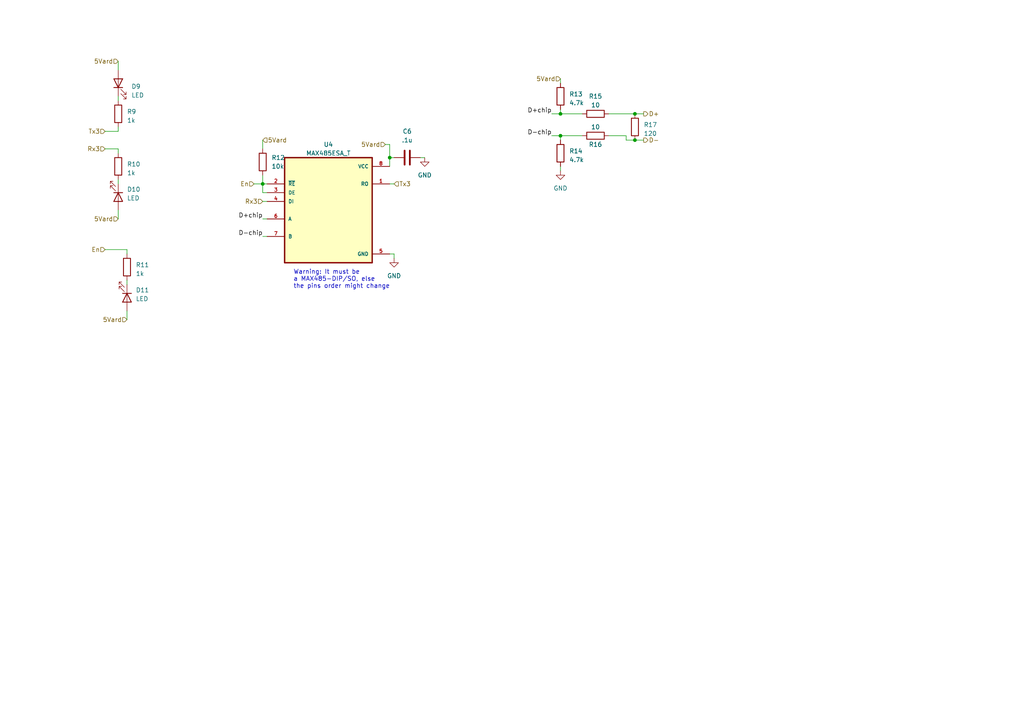
<source format=kicad_sch>
(kicad_sch (version 20230121) (generator eeschema)

  (uuid 2c7894be-c2ed-4029-994d-3a8b8877ffee)

  (paper "A4")

  (lib_symbols
    (symbol "Device:C" (pin_numbers hide) (pin_names (offset 0.254)) (in_bom yes) (on_board yes)
      (property "Reference" "C" (at 0.635 2.54 0)
        (effects (font (size 1.27 1.27)) (justify left))
      )
      (property "Value" "C" (at 0.635 -2.54 0)
        (effects (font (size 1.27 1.27)) (justify left))
      )
      (property "Footprint" "" (at 0.9652 -3.81 0)
        (effects (font (size 1.27 1.27)) hide)
      )
      (property "Datasheet" "~" (at 0 0 0)
        (effects (font (size 1.27 1.27)) hide)
      )
      (property "ki_keywords" "cap capacitor" (at 0 0 0)
        (effects (font (size 1.27 1.27)) hide)
      )
      (property "ki_description" "Unpolarized capacitor" (at 0 0 0)
        (effects (font (size 1.27 1.27)) hide)
      )
      (property "ki_fp_filters" "C_*" (at 0 0 0)
        (effects (font (size 1.27 1.27)) hide)
      )
      (symbol "C_0_1"
        (polyline
          (pts
            (xy -2.032 -0.762)
            (xy 2.032 -0.762)
          )
          (stroke (width 0.508) (type default))
          (fill (type none))
        )
        (polyline
          (pts
            (xy -2.032 0.762)
            (xy 2.032 0.762)
          )
          (stroke (width 0.508) (type default))
          (fill (type none))
        )
      )
      (symbol "C_1_1"
        (pin passive line (at 0 3.81 270) (length 2.794)
          (name "~" (effects (font (size 1.27 1.27))))
          (number "1" (effects (font (size 1.27 1.27))))
        )
        (pin passive line (at 0 -3.81 90) (length 2.794)
          (name "~" (effects (font (size 1.27 1.27))))
          (number "2" (effects (font (size 1.27 1.27))))
        )
      )
    )
    (symbol "Device:LED" (pin_numbers hide) (pin_names (offset 1.016) hide) (in_bom yes) (on_board yes)
      (property "Reference" "D" (at 0 2.54 0)
        (effects (font (size 1.27 1.27)))
      )
      (property "Value" "LED" (at 0 -2.54 0)
        (effects (font (size 1.27 1.27)))
      )
      (property "Footprint" "" (at 0 0 0)
        (effects (font (size 1.27 1.27)) hide)
      )
      (property "Datasheet" "~" (at 0 0 0)
        (effects (font (size 1.27 1.27)) hide)
      )
      (property "ki_keywords" "LED diode" (at 0 0 0)
        (effects (font (size 1.27 1.27)) hide)
      )
      (property "ki_description" "Light emitting diode" (at 0 0 0)
        (effects (font (size 1.27 1.27)) hide)
      )
      (property "ki_fp_filters" "LED* LED_SMD:* LED_THT:*" (at 0 0 0)
        (effects (font (size 1.27 1.27)) hide)
      )
      (symbol "LED_0_1"
        (polyline
          (pts
            (xy -1.27 -1.27)
            (xy -1.27 1.27)
          )
          (stroke (width 0.254) (type default))
          (fill (type none))
        )
        (polyline
          (pts
            (xy -1.27 0)
            (xy 1.27 0)
          )
          (stroke (width 0) (type default))
          (fill (type none))
        )
        (polyline
          (pts
            (xy 1.27 -1.27)
            (xy 1.27 1.27)
            (xy -1.27 0)
            (xy 1.27 -1.27)
          )
          (stroke (width 0.254) (type default))
          (fill (type none))
        )
        (polyline
          (pts
            (xy -3.048 -0.762)
            (xy -4.572 -2.286)
            (xy -3.81 -2.286)
            (xy -4.572 -2.286)
            (xy -4.572 -1.524)
          )
          (stroke (width 0) (type default))
          (fill (type none))
        )
        (polyline
          (pts
            (xy -1.778 -0.762)
            (xy -3.302 -2.286)
            (xy -2.54 -2.286)
            (xy -3.302 -2.286)
            (xy -3.302 -1.524)
          )
          (stroke (width 0) (type default))
          (fill (type none))
        )
      )
      (symbol "LED_1_1"
        (pin passive line (at -3.81 0 0) (length 2.54)
          (name "K" (effects (font (size 1.27 1.27))))
          (number "1" (effects (font (size 1.27 1.27))))
        )
        (pin passive line (at 3.81 0 180) (length 2.54)
          (name "A" (effects (font (size 1.27 1.27))))
          (number "2" (effects (font (size 1.27 1.27))))
        )
      )
    )
    (symbol "Device:R" (pin_numbers hide) (pin_names (offset 0)) (in_bom yes) (on_board yes)
      (property "Reference" "R" (at 2.032 0 90)
        (effects (font (size 1.27 1.27)))
      )
      (property "Value" "R" (at 0 0 90)
        (effects (font (size 1.27 1.27)))
      )
      (property "Footprint" "" (at -1.778 0 90)
        (effects (font (size 1.27 1.27)) hide)
      )
      (property "Datasheet" "~" (at 0 0 0)
        (effects (font (size 1.27 1.27)) hide)
      )
      (property "ki_keywords" "R res resistor" (at 0 0 0)
        (effects (font (size 1.27 1.27)) hide)
      )
      (property "ki_description" "Resistor" (at 0 0 0)
        (effects (font (size 1.27 1.27)) hide)
      )
      (property "ki_fp_filters" "R_*" (at 0 0 0)
        (effects (font (size 1.27 1.27)) hide)
      )
      (symbol "R_0_1"
        (rectangle (start -1.016 -2.54) (end 1.016 2.54)
          (stroke (width 0.254) (type default))
          (fill (type none))
        )
      )
      (symbol "R_1_1"
        (pin passive line (at 0 3.81 270) (length 1.27)
          (name "~" (effects (font (size 1.27 1.27))))
          (number "1" (effects (font (size 1.27 1.27))))
        )
        (pin passive line (at 0 -3.81 90) (length 1.27)
          (name "~" (effects (font (size 1.27 1.27))))
          (number "2" (effects (font (size 1.27 1.27))))
        )
      )
    )
    (symbol "MAX485ESA_T:MAX485ESA_T" (pin_names (offset 1.016)) (in_bom yes) (on_board yes)
      (property "Reference" "U" (at -12.7 16.24 0)
        (effects (font (size 1.27 1.27)) (justify left bottom))
      )
      (property "Value" "MAX485ESA_T" (at -12.7 -19.24 0)
        (effects (font (size 1.27 1.27)) (justify left bottom))
      )
      (property "Footprint" "MAX485ESA_T:SOIC127P600X175-8N" (at 0 0 0)
        (effects (font (size 1.27 1.27)) (justify bottom) hide)
      )
      (property "Datasheet" "" (at 0 0 0)
        (effects (font (size 1.27 1.27)) hide)
      )
      (property "MF" "Analog Devices" (at 0 0 0)
        (effects (font (size 1.27 1.27)) (justify bottom) hide)
      )
      (property "Description" "\nLow-Power, Slew-Rate-Limited RS-485/RS-422 Transceivers\n" (at 0 0 0)
        (effects (font (size 1.27 1.27)) (justify bottom) hide)
      )
      (property "Package" "SOIC-8 Maxim" (at 0 0 0)
        (effects (font (size 1.27 1.27)) (justify bottom) hide)
      )
      (property "Price" "None" (at 0 0 0)
        (effects (font (size 1.27 1.27)) (justify bottom) hide)
      )
      (property "SnapEDA_Link" "https://www.snapeda.com/parts/MAX485ESA+T/Analog+Devices/view-part/?ref=snap" (at 0 0 0)
        (effects (font (size 1.27 1.27)) (justify bottom) hide)
      )
      (property "MP" "MAX485ESA+T" (at 0 0 0)
        (effects (font (size 1.27 1.27)) (justify bottom) hide)
      )
      (property "Availability" "In Stock" (at 0 0 0)
        (effects (font (size 1.27 1.27)) (justify bottom) hide)
      )
      (property "Check_prices" "https://www.snapeda.com/parts/MAX485ESA+T/Analog+Devices/view-part/?ref=eda" (at 0 0 0)
        (effects (font (size 1.27 1.27)) (justify bottom) hide)
      )
      (symbol "MAX485ESA_T_0_0"
        (rectangle (start -12.7 -15.24) (end 12.7 15.24)
          (stroke (width 0.41) (type default))
          (fill (type background))
        )
        (pin output line (at 17.78 7.62 180) (length 5.08)
          (name "RO" (effects (font (size 1.016 1.016))))
          (number "1" (effects (font (size 1.016 1.016))))
        )
        (pin input line (at -17.78 7.62 0) (length 5.08)
          (name "~{RE}" (effects (font (size 1.016 1.016))))
          (number "2" (effects (font (size 1.016 1.016))))
        )
        (pin input line (at -17.78 5.08 0) (length 5.08)
          (name "DE" (effects (font (size 1.016 1.016))))
          (number "3" (effects (font (size 1.016 1.016))))
        )
        (pin input line (at -17.78 2.54 0) (length 5.08)
          (name "DI" (effects (font (size 1.016 1.016))))
          (number "4" (effects (font (size 1.016 1.016))))
        )
        (pin power_in line (at 17.78 -12.7 180) (length 5.08)
          (name "GND" (effects (font (size 1.016 1.016))))
          (number "5" (effects (font (size 1.016 1.016))))
        )
        (pin bidirectional line (at -17.78 -2.54 0) (length 5.08)
          (name "A" (effects (font (size 1.016 1.016))))
          (number "6" (effects (font (size 1.016 1.016))))
        )
        (pin bidirectional line (at -17.78 -7.62 0) (length 5.08)
          (name "B" (effects (font (size 1.016 1.016))))
          (number "7" (effects (font (size 1.016 1.016))))
        )
        (pin power_in line (at 17.78 12.7 180) (length 5.08)
          (name "VCC" (effects (font (size 1.016 1.016))))
          (number "8" (effects (font (size 1.016 1.016))))
        )
      )
    )
    (symbol "power:GND" (power) (pin_names (offset 0)) (in_bom yes) (on_board yes)
      (property "Reference" "#PWR" (at 0 -6.35 0)
        (effects (font (size 1.27 1.27)) hide)
      )
      (property "Value" "GND" (at 0 -3.81 0)
        (effects (font (size 1.27 1.27)))
      )
      (property "Footprint" "" (at 0 0 0)
        (effects (font (size 1.27 1.27)) hide)
      )
      (property "Datasheet" "" (at 0 0 0)
        (effects (font (size 1.27 1.27)) hide)
      )
      (property "ki_keywords" "global power" (at 0 0 0)
        (effects (font (size 1.27 1.27)) hide)
      )
      (property "ki_description" "Power symbol creates a global label with name \"GND\" , ground" (at 0 0 0)
        (effects (font (size 1.27 1.27)) hide)
      )
      (symbol "GND_0_1"
        (polyline
          (pts
            (xy 0 0)
            (xy 0 -1.27)
            (xy 1.27 -1.27)
            (xy 0 -2.54)
            (xy -1.27 -1.27)
            (xy 0 -1.27)
          )
          (stroke (width 0) (type default))
          (fill (type none))
        )
      )
      (symbol "GND_1_1"
        (pin power_in line (at 0 0 270) (length 0) hide
          (name "GND" (effects (font (size 1.27 1.27))))
          (number "1" (effects (font (size 1.27 1.27))))
        )
      )
    )
  )

  (junction (at 162.56 39.37) (diameter 0) (color 0 0 0 0)
    (uuid 0baca0f9-75b0-4295-a3ca-6127c7536cdd)
  )
  (junction (at 76.2 53.34) (diameter 0) (color 0 0 0 0)
    (uuid 4f48a371-27cb-47a8-88c2-750cdac9fe74)
  )
  (junction (at 184.15 40.64) (diameter 0) (color 0 0 0 0)
    (uuid 8a7495b3-64c0-4936-baea-461ca783ca6e)
  )
  (junction (at 162.56 33.02) (diameter 0) (color 0 0 0 0)
    (uuid b22c441c-8750-4ce6-a629-972621e4ca79)
  )
  (junction (at 184.15 33.02) (diameter 0) (color 0 0 0 0)
    (uuid c5e4586e-4f13-49aa-bed8-624792d0c648)
  )
  (junction (at 113.03 45.72) (diameter 0) (color 0 0 0 0)
    (uuid d4b84e90-b67c-4176-a016-4067fdb56f2d)
  )

  (wire (pts (xy 160.02 33.02) (xy 162.56 33.02))
    (stroke (width 0) (type default))
    (uuid 0d103a47-9037-4d42-a134-c7720267be98)
  )
  (wire (pts (xy 76.2 58.42) (xy 77.47 58.42))
    (stroke (width 0) (type default))
    (uuid 0d90867c-cb0b-4587-b588-ba96b9bc5149)
  )
  (wire (pts (xy 76.2 40.64) (xy 76.2 43.18))
    (stroke (width 0) (type default))
    (uuid 1640d3be-b9c5-4976-8410-046a183d1a4d)
  )
  (wire (pts (xy 113.03 41.91) (xy 113.03 45.72))
    (stroke (width 0) (type default))
    (uuid 1a3803f4-b721-40ff-a918-1950bf02e597)
  )
  (wire (pts (xy 181.61 39.37) (xy 181.61 40.64))
    (stroke (width 0) (type default))
    (uuid 29a67b7b-d31a-4dbb-8a6a-839d4c03b341)
  )
  (wire (pts (xy 162.56 39.37) (xy 168.91 39.37))
    (stroke (width 0) (type default))
    (uuid 2a888b58-5e20-4dc6-9c95-21844e1fde2b)
  )
  (wire (pts (xy 30.48 43.18) (xy 34.29 43.18))
    (stroke (width 0) (type default))
    (uuid 3842cdd2-e0d9-42af-91d8-6059bc411fb6)
  )
  (wire (pts (xy 113.03 73.66) (xy 114.3 73.66))
    (stroke (width 0) (type default))
    (uuid 3856ad26-d493-4c09-bb63-37cd82ddd524)
  )
  (wire (pts (xy 73.66 53.34) (xy 76.2 53.34))
    (stroke (width 0) (type default))
    (uuid 4b56d981-666e-4ce0-a95b-8e0d24350412)
  )
  (wire (pts (xy 162.56 39.37) (xy 162.56 40.64))
    (stroke (width 0) (type default))
    (uuid 53dbb6e4-e262-4f39-8464-7eee90da4aa5)
  )
  (wire (pts (xy 114.3 73.66) (xy 114.3 74.93))
    (stroke (width 0) (type default))
    (uuid 5f248859-54e2-4999-a2d0-8d1f9c82d5c9)
  )
  (wire (pts (xy 76.2 55.88) (xy 77.47 55.88))
    (stroke (width 0) (type default))
    (uuid 64edbb2f-ca79-4f98-93d7-890fd4258fcf)
  )
  (wire (pts (xy 76.2 63.5) (xy 77.47 63.5))
    (stroke (width 0) (type default))
    (uuid 67b560b2-25b8-4fb3-a896-09c481880a34)
  )
  (wire (pts (xy 30.48 38.1) (xy 34.29 38.1))
    (stroke (width 0) (type default))
    (uuid 69cf5270-0166-4721-882d-2ff1ed6bfb73)
  )
  (wire (pts (xy 113.03 41.91) (xy 111.76 41.91))
    (stroke (width 0) (type default))
    (uuid 6a84f3ff-d684-4085-af9f-60dd817a76f7)
  )
  (wire (pts (xy 76.2 68.58) (xy 77.47 68.58))
    (stroke (width 0) (type default))
    (uuid 6cb1b4a8-41be-4056-a423-8be4c8abc41f)
  )
  (wire (pts (xy 162.56 33.02) (xy 168.91 33.02))
    (stroke (width 0) (type default))
    (uuid 74b148ba-ad25-4438-96d5-61b9fcde0258)
  )
  (wire (pts (xy 77.47 53.34) (xy 76.2 53.34))
    (stroke (width 0) (type default))
    (uuid 75a327df-c1a5-425d-8721-3d3b7fe87dc7)
  )
  (wire (pts (xy 162.56 31.75) (xy 162.56 33.02))
    (stroke (width 0) (type default))
    (uuid 7ac7ecd7-ee60-4eb9-846c-378bf27d2675)
  )
  (wire (pts (xy 160.02 39.37) (xy 162.56 39.37))
    (stroke (width 0) (type default))
    (uuid 7c3b780e-80d4-4dd3-ac72-f68d8b0d7be2)
  )
  (wire (pts (xy 176.53 33.02) (xy 184.15 33.02))
    (stroke (width 0) (type default))
    (uuid 7d1aab90-3179-4185-b6da-da7b77e3cba4)
  )
  (wire (pts (xy 113.03 45.72) (xy 113.03 48.26))
    (stroke (width 0) (type default))
    (uuid 8359410d-0816-43a6-82de-6bf8ae28d409)
  )
  (wire (pts (xy 76.2 53.34) (xy 76.2 55.88))
    (stroke (width 0) (type default))
    (uuid 9177daa2-e598-4295-9977-7ce24d089d94)
  )
  (wire (pts (xy 181.61 40.64) (xy 184.15 40.64))
    (stroke (width 0) (type default))
    (uuid 9b61e389-17d2-4960-8f0c-1356daf76025)
  )
  (wire (pts (xy 184.15 40.64) (xy 186.69 40.64))
    (stroke (width 0) (type default))
    (uuid 9eaa016b-a142-4b49-9547-623d1429aa78)
  )
  (wire (pts (xy 36.83 90.17) (xy 36.83 92.71))
    (stroke (width 0) (type default))
    (uuid a2dd34d4-fc40-4172-820a-8517a7fdfcf6)
  )
  (wire (pts (xy 36.83 82.55) (xy 36.83 81.28))
    (stroke (width 0) (type default))
    (uuid a4044a5a-1ecd-49bc-a6ef-67397e5bc398)
  )
  (wire (pts (xy 34.29 60.96) (xy 34.29 63.5))
    (stroke (width 0) (type default))
    (uuid aeb1641d-484b-48da-b89e-54cce98fa5ef)
  )
  (wire (pts (xy 121.92 45.72) (xy 123.19 45.72))
    (stroke (width 0) (type default))
    (uuid b0e23cc5-9d68-4daa-af19-5bc2f004bdcc)
  )
  (wire (pts (xy 113.03 53.34) (xy 114.3 53.34))
    (stroke (width 0) (type default))
    (uuid baca3002-11cd-4d9c-bd85-79ef9912a824)
  )
  (wire (pts (xy 76.2 50.8) (xy 76.2 53.34))
    (stroke (width 0) (type default))
    (uuid bf852c51-9340-44a0-a7b7-e89fb53c170b)
  )
  (wire (pts (xy 113.03 45.72) (xy 114.3 45.72))
    (stroke (width 0) (type default))
    (uuid c6783586-bd08-4832-8363-5f3b924f6911)
  )
  (wire (pts (xy 162.56 48.26) (xy 162.56 49.53))
    (stroke (width 0) (type default))
    (uuid c91cc5c8-bb6c-4bbc-9165-7134f4a89b72)
  )
  (wire (pts (xy 184.15 33.02) (xy 186.69 33.02))
    (stroke (width 0) (type default))
    (uuid cc80c241-de3e-49cf-8e2f-79cd978fc671)
  )
  (wire (pts (xy 36.83 72.39) (xy 36.83 73.66))
    (stroke (width 0) (type default))
    (uuid cdb46677-8f01-432b-89e7-5ce61f9a7cec)
  )
  (wire (pts (xy 176.53 39.37) (xy 181.61 39.37))
    (stroke (width 0) (type default))
    (uuid d202c3e8-b4fb-440b-a8e1-06bbc1753a5a)
  )
  (wire (pts (xy 34.29 27.94) (xy 34.29 29.21))
    (stroke (width 0) (type default))
    (uuid d97c9280-ccf3-4789-bf72-b32d45a13802)
  )
  (wire (pts (xy 34.29 53.34) (xy 34.29 52.07))
    (stroke (width 0) (type default))
    (uuid dc331dcf-5d35-4078-82d3-b189c6695176)
  )
  (wire (pts (xy 34.29 43.18) (xy 34.29 44.45))
    (stroke (width 0) (type default))
    (uuid eaa02bcd-6c65-4f74-aee3-34bee8404b7d)
  )
  (wire (pts (xy 30.48 72.39) (xy 36.83 72.39))
    (stroke (width 0) (type default))
    (uuid edcbb66f-dfb1-45a9-9055-86fc5e9dcaea)
  )
  (wire (pts (xy 162.56 22.86) (xy 162.56 24.13))
    (stroke (width 0) (type default))
    (uuid f59a569a-df6e-44be-a801-8009fc017396)
  )
  (wire (pts (xy 34.29 36.83) (xy 34.29 38.1))
    (stroke (width 0) (type default))
    (uuid f847e3e2-8cd2-4266-b2e7-987e269be3c6)
  )
  (wire (pts (xy 34.29 17.78) (xy 34.29 20.32))
    (stroke (width 0) (type default))
    (uuid f9c6d462-892f-40ca-9be3-ac8a4c1d85b8)
  )

  (text "Warning: It must be\na MAX485-DIP/SO, else \nthe pins order might change"
    (at 85.09 83.82 0)
    (effects (font (size 1.27 1.27)) (justify left bottom))
    (uuid 84a962e8-1b47-443b-845c-024af0d38afa)
  )

  (label "D-chip" (at 76.2 68.58 180) (fields_autoplaced)
    (effects (font (size 1.27 1.27)) (justify right bottom))
    (uuid 401bf07e-e9be-49e4-a9aa-654f6c43ef64)
  )
  (label "D+chip" (at 160.02 33.02 180) (fields_autoplaced)
    (effects (font (size 1.27 1.27)) (justify right bottom))
    (uuid 6c5c7407-7c76-4280-bdb4-f923629dfcb9)
  )
  (label "D-chip" (at 160.02 39.37 180) (fields_autoplaced)
    (effects (font (size 1.27 1.27)) (justify right bottom))
    (uuid 945a4a83-e1eb-4a04-8e7f-d949511147c4)
  )
  (label "D+chip" (at 76.2 63.5 180) (fields_autoplaced)
    (effects (font (size 1.27 1.27)) (justify right bottom))
    (uuid b5ad319e-1ea2-421b-86cd-3d46cdcf4197)
  )

  (hierarchical_label "5Vard" (shape input) (at 111.76 41.91 180) (fields_autoplaced)
    (effects (font (size 1.27 1.27)) (justify right))
    (uuid 1a876954-2cdd-42f7-89e7-60f6a7ada831)
  )
  (hierarchical_label "D+" (shape output) (at 186.69 33.02 0) (fields_autoplaced)
    (effects (font (size 1.27 1.27)) (justify left))
    (uuid 26fb646e-d95b-4150-a308-710555121951)
  )
  (hierarchical_label "En" (shape input) (at 30.48 72.39 180) (fields_autoplaced)
    (effects (font (size 1.27 1.27)) (justify right))
    (uuid 314b0889-23e5-47cc-b57c-994a2592e415)
  )
  (hierarchical_label "Rx3" (shape input) (at 30.48 43.18 180) (fields_autoplaced)
    (effects (font (size 1.27 1.27)) (justify right))
    (uuid 373d9b13-d87c-414d-bfed-167db75a5ecb)
  )
  (hierarchical_label "5Vard" (shape input) (at 76.2 40.64 0) (fields_autoplaced)
    (effects (font (size 1.27 1.27)) (justify left))
    (uuid 3a364c09-2032-4edb-8985-e740bae6bd0a)
  )
  (hierarchical_label "Tx3" (shape input) (at 30.48 38.1 180) (fields_autoplaced)
    (effects (font (size 1.27 1.27)) (justify right))
    (uuid 59fb60da-74c6-49ac-87d3-177227b31b53)
  )
  (hierarchical_label "5Vard" (shape input) (at 36.83 92.71 180) (fields_autoplaced)
    (effects (font (size 1.27 1.27)) (justify right))
    (uuid 73a04aa5-3bc9-47f0-916e-556b7bb51cd4)
  )
  (hierarchical_label "Rx3" (shape input) (at 76.2 58.42 180) (fields_autoplaced)
    (effects (font (size 1.27 1.27)) (justify right))
    (uuid 7b78f496-ae5b-4e94-a608-8f700acef450)
  )
  (hierarchical_label "En" (shape input) (at 73.66 53.34 180) (fields_autoplaced)
    (effects (font (size 1.27 1.27)) (justify right))
    (uuid af6795ed-a34b-48e5-aa6e-f4e738660ad8)
  )
  (hierarchical_label "D-" (shape output) (at 186.69 40.64 0) (fields_autoplaced)
    (effects (font (size 1.27 1.27)) (justify left))
    (uuid b48b930a-79e2-484d-987e-1b55d581329a)
  )
  (hierarchical_label "5Vard" (shape input) (at 34.29 17.78 180) (fields_autoplaced)
    (effects (font (size 1.27 1.27)) (justify right))
    (uuid bdcbab44-7161-49a9-865e-79508da07861)
  )
  (hierarchical_label "5Vard" (shape input) (at 34.29 63.5 180) (fields_autoplaced)
    (effects (font (size 1.27 1.27)) (justify right))
    (uuid d462ebe7-f954-440e-a09b-3ea5caa85839)
  )
  (hierarchical_label "Tx3" (shape input) (at 114.3 53.34 0) (fields_autoplaced)
    (effects (font (size 1.27 1.27)) (justify left))
    (uuid e9a07d7e-c208-405b-896d-d3dc80295c09)
  )
  (hierarchical_label "5Vard" (shape input) (at 162.56 22.86 180) (fields_autoplaced)
    (effects (font (size 1.27 1.27)) (justify right))
    (uuid ec2d9a7a-6154-46eb-85d1-338737171cb3)
  )

  (symbol (lib_id "Device:LED") (at 36.83 86.36 270) (unit 1)
    (in_bom yes) (on_board yes) (dnp no) (fields_autoplaced)
    (uuid 04c8036e-b139-4afc-8b0b-25c79bfac95c)
    (property "Reference" "D11" (at 39.37 84.1375 90)
      (effects (font (size 1.27 1.27)) (justify left))
    )
    (property "Value" "LED" (at 39.37 86.6775 90)
      (effects (font (size 1.27 1.27)) (justify left))
    )
    (property "Footprint" "LED_SMD:LED_0603_1608Metric" (at 36.83 86.36 0)
      (effects (font (size 1.27 1.27)) hide)
    )
    (property "Datasheet" "~" (at 36.83 86.36 0)
      (effects (font (size 1.27 1.27)) hide)
    )
    (pin "1" (uuid cc89807b-0d4c-4d36-aef1-509cb68d1289))
    (pin "2" (uuid 642bc4bf-fa08-484c-86e9-9f9005d32b2e))
    (instances
      (project "AbuDhabi_ElectronBeam"
        (path "/e63e39d7-6ac0-4ffd-8aa3-1841a4541b55/a3deea06-ea10-4835-a824-2550d358e4df"
          (reference "D11") (unit 1)
        )
      )
    )
  )

  (symbol (lib_id "power:GND") (at 123.19 45.72 0) (unit 1)
    (in_bom yes) (on_board yes) (dnp no) (fields_autoplaced)
    (uuid 16b32186-0741-4a30-90ce-c3737986e02a)
    (property "Reference" "#PWR017" (at 123.19 52.07 0)
      (effects (font (size 1.27 1.27)) hide)
    )
    (property "Value" "GND" (at 123.19 50.8 0)
      (effects (font (size 1.27 1.27)))
    )
    (property "Footprint" "" (at 123.19 45.72 0)
      (effects (font (size 1.27 1.27)) hide)
    )
    (property "Datasheet" "" (at 123.19 45.72 0)
      (effects (font (size 1.27 1.27)) hide)
    )
    (pin "1" (uuid 0a49019c-f69a-4c1d-b6a9-21be7fdcc342))
    (instances
      (project "AbuDhabi_ElectronBeam"
        (path "/e63e39d7-6ac0-4ffd-8aa3-1841a4541b55/a3deea06-ea10-4835-a824-2550d358e4df"
          (reference "#PWR017") (unit 1)
        )
      )
    )
  )

  (symbol (lib_id "Device:LED") (at 34.29 24.13 90) (unit 1)
    (in_bom yes) (on_board yes) (dnp no) (fields_autoplaced)
    (uuid 266b988a-4947-4b6d-816e-070766a30bf4)
    (property "Reference" "D9" (at 38.1 25.0825 90)
      (effects (font (size 1.27 1.27)) (justify right))
    )
    (property "Value" "LED" (at 38.1 27.6225 90)
      (effects (font (size 1.27 1.27)) (justify right))
    )
    (property "Footprint" "LED_SMD:LED_0603_1608Metric" (at 34.29 24.13 0)
      (effects (font (size 1.27 1.27)) hide)
    )
    (property "Datasheet" "~" (at 34.29 24.13 0)
      (effects (font (size 1.27 1.27)) hide)
    )
    (pin "1" (uuid c6ad7827-ec1f-46c0-b413-55bff0363104))
    (pin "2" (uuid 3053a456-757d-4034-addf-af6a16a87859))
    (instances
      (project "AbuDhabi_ElectronBeam"
        (path "/e63e39d7-6ac0-4ffd-8aa3-1841a4541b55/a3deea06-ea10-4835-a824-2550d358e4df"
          (reference "D9") (unit 1)
        )
      )
    )
  )

  (symbol (lib_id "Device:R") (at 162.56 27.94 0) (unit 1)
    (in_bom yes) (on_board yes) (dnp no) (fields_autoplaced)
    (uuid 31188354-977f-42ed-98a7-107ab99f25ba)
    (property "Reference" "R13" (at 165.1 27.305 0)
      (effects (font (size 1.27 1.27)) (justify left))
    )
    (property "Value" "4.7k" (at 165.1 29.845 0)
      (effects (font (size 1.27 1.27)) (justify left))
    )
    (property "Footprint" "Resistor_SMD:R_0603_1608Metric" (at 160.782 27.94 90)
      (effects (font (size 1.27 1.27)) hide)
    )
    (property "Datasheet" "~" (at 162.56 27.94 0)
      (effects (font (size 1.27 1.27)) hide)
    )
    (pin "1" (uuid eab8c5b7-dae8-4cbe-8f7a-771434e26845))
    (pin "2" (uuid b5e9c180-ea29-44b8-bebe-b1a9635d4afe))
    (instances
      (project "AbuDhabi_ElectronBeam"
        (path "/e63e39d7-6ac0-4ffd-8aa3-1841a4541b55/a3deea06-ea10-4835-a824-2550d358e4df"
          (reference "R13") (unit 1)
        )
      )
    )
  )

  (symbol (lib_id "Device:R") (at 172.72 33.02 90) (unit 1)
    (in_bom yes) (on_board yes) (dnp no) (fields_autoplaced)
    (uuid 4b08ea2d-6685-4cb4-a07d-fbcf79e3af28)
    (property "Reference" "R15" (at 172.72 27.94 90)
      (effects (font (size 1.27 1.27)))
    )
    (property "Value" "10" (at 172.72 30.48 90)
      (effects (font (size 1.27 1.27)))
    )
    (property "Footprint" "Resistor_SMD:R_0603_1608Metric" (at 172.72 34.798 90)
      (effects (font (size 1.27 1.27)) hide)
    )
    (property "Datasheet" "~" (at 172.72 33.02 0)
      (effects (font (size 1.27 1.27)) hide)
    )
    (pin "1" (uuid 8119ed6c-a7e3-4b8b-8472-b1b40bc3175d))
    (pin "2" (uuid 281aea5c-26eb-49aa-a38f-d7920264f14d))
    (instances
      (project "AbuDhabi_ElectronBeam"
        (path "/e63e39d7-6ac0-4ffd-8aa3-1841a4541b55/a3deea06-ea10-4835-a824-2550d358e4df"
          (reference "R15") (unit 1)
        )
      )
    )
  )

  (symbol (lib_id "Device:R") (at 36.83 77.47 180) (unit 1)
    (in_bom yes) (on_board yes) (dnp no) (fields_autoplaced)
    (uuid 4b1478da-5dc5-46cc-b65c-8f8441b743d4)
    (property "Reference" "R11" (at 39.37 76.835 0)
      (effects (font (size 1.27 1.27)) (justify right))
    )
    (property "Value" "1k" (at 39.37 79.375 0)
      (effects (font (size 1.27 1.27)) (justify right))
    )
    (property "Footprint" "Resistor_SMD:R_0603_1608Metric" (at 38.608 77.47 90)
      (effects (font (size 1.27 1.27)) hide)
    )
    (property "Datasheet" "~" (at 36.83 77.47 0)
      (effects (font (size 1.27 1.27)) hide)
    )
    (pin "1" (uuid df4293e7-f252-45d3-aee9-d369adf8e7ca))
    (pin "2" (uuid 076ab0de-4b97-43c8-b9dc-ce34868008f0))
    (instances
      (project "AbuDhabi_ElectronBeam"
        (path "/e63e39d7-6ac0-4ffd-8aa3-1841a4541b55/a3deea06-ea10-4835-a824-2550d358e4df"
          (reference "R11") (unit 1)
        )
      )
    )
  )

  (symbol (lib_id "MAX485ESA_T:MAX485ESA_T") (at 95.25 60.96 0) (unit 1)
    (in_bom yes) (on_board yes) (dnp no) (fields_autoplaced)
    (uuid 579990e8-a585-4ea1-847a-dee950a3c338)
    (property "Reference" "U4" (at 95.25 41.91 0)
      (effects (font (size 1.27 1.27)))
    )
    (property "Value" "MAX485ESA_T" (at 95.25 44.45 0)
      (effects (font (size 1.27 1.27)))
    )
    (property "Footprint" "MAX485:SOIC127P600X175-8N" (at 95.25 60.96 0)
      (effects (font (size 1.27 1.27)) (justify bottom) hide)
    )
    (property "Datasheet" "" (at 95.25 60.96 0)
      (effects (font (size 1.27 1.27)) hide)
    )
    (property "MF" "Analog Devices" (at 95.25 60.96 0)
      (effects (font (size 1.27 1.27)) (justify bottom) hide)
    )
    (property "Description" "\nLow-Power, Slew-Rate-Limited RS-485/RS-422 Transceivers\n" (at 95.25 60.96 0)
      (effects (font (size 1.27 1.27)) (justify bottom) hide)
    )
    (property "Package" "SOIC-8 Maxim" (at 95.25 60.96 0)
      (effects (font (size 1.27 1.27)) (justify bottom) hide)
    )
    (property "Price" "None" (at 95.25 60.96 0)
      (effects (font (size 1.27 1.27)) (justify bottom) hide)
    )
    (property "SnapEDA_Link" "https://www.snapeda.com/parts/MAX485ESA+T/Analog+Devices/view-part/?ref=snap" (at 95.25 60.96 0)
      (effects (font (size 1.27 1.27)) (justify bottom) hide)
    )
    (property "MP" "MAX485ESA+T" (at 95.25 60.96 0)
      (effects (font (size 1.27 1.27)) (justify bottom) hide)
    )
    (property "Availability" "In Stock" (at 95.25 60.96 0)
      (effects (font (size 1.27 1.27)) (justify bottom) hide)
    )
    (property "Check_prices" "https://www.snapeda.com/parts/MAX485ESA+T/Analog+Devices/view-part/?ref=eda" (at 95.25 60.96 0)
      (effects (font (size 1.27 1.27)) (justify bottom) hide)
    )
    (pin "1" (uuid 4bbbddb2-284f-411d-a4f3-41400b3a03d3))
    (pin "2" (uuid 286f4180-3027-476e-a598-1116c7a5e8d0))
    (pin "3" (uuid 2d843401-e14b-40d0-9459-ea471b4d2120))
    (pin "4" (uuid c75cf13d-2c43-4f81-839a-c4f60bcc7934))
    (pin "5" (uuid 8c002c88-02c3-4eef-98ea-38329e96743c))
    (pin "6" (uuid 875f335e-5135-4449-b8f2-f420ce9fc21e))
    (pin "7" (uuid 4ede3ac1-7b00-41fe-a344-c75b936e6ce2))
    (pin "8" (uuid ff11f69d-0bc4-4ea6-90f8-726da80ed1fe))
    (instances
      (project "AbuDhabi_ElectronBeam"
        (path "/e63e39d7-6ac0-4ffd-8aa3-1841a4541b55/a3deea06-ea10-4835-a824-2550d358e4df"
          (reference "U4") (unit 1)
        )
      )
    )
  )

  (symbol (lib_id "Device:LED") (at 34.29 57.15 270) (unit 1)
    (in_bom yes) (on_board yes) (dnp no) (fields_autoplaced)
    (uuid 7b549138-7e9d-478d-bd3c-92757e5aea66)
    (property "Reference" "D10" (at 36.83 54.9275 90)
      (effects (font (size 1.27 1.27)) (justify left))
    )
    (property "Value" "LED" (at 36.83 57.4675 90)
      (effects (font (size 1.27 1.27)) (justify left))
    )
    (property "Footprint" "LED_SMD:LED_0603_1608Metric" (at 34.29 57.15 0)
      (effects (font (size 1.27 1.27)) hide)
    )
    (property "Datasheet" "~" (at 34.29 57.15 0)
      (effects (font (size 1.27 1.27)) hide)
    )
    (pin "1" (uuid b5572104-c338-4e09-b0a7-08b573f1964a))
    (pin "2" (uuid de4c60d5-dac1-4520-85b6-a9a3711519a2))
    (instances
      (project "AbuDhabi_ElectronBeam"
        (path "/e63e39d7-6ac0-4ffd-8aa3-1841a4541b55/a3deea06-ea10-4835-a824-2550d358e4df"
          (reference "D10") (unit 1)
        )
      )
    )
  )

  (symbol (lib_id "Device:R") (at 184.15 36.83 180) (unit 1)
    (in_bom yes) (on_board yes) (dnp no) (fields_autoplaced)
    (uuid 86be3aaf-24df-4992-b5d1-8f1464508b70)
    (property "Reference" "R17" (at 186.69 36.195 0)
      (effects (font (size 1.27 1.27)) (justify right))
    )
    (property "Value" "120" (at 186.69 38.735 0)
      (effects (font (size 1.27 1.27)) (justify right))
    )
    (property "Footprint" "Resistor_SMD:R_0603_1608Metric" (at 185.928 36.83 90)
      (effects (font (size 1.27 1.27)) hide)
    )
    (property "Datasheet" "~" (at 184.15 36.83 0)
      (effects (font (size 1.27 1.27)) hide)
    )
    (pin "1" (uuid c017ab72-fd30-4a39-a0c2-cad5e3fc7c6e))
    (pin "2" (uuid 385ac6f5-96f6-4042-bce0-dbc1b598d5dc))
    (instances
      (project "AbuDhabi_ElectronBeam"
        (path "/e63e39d7-6ac0-4ffd-8aa3-1841a4541b55/a3deea06-ea10-4835-a824-2550d358e4df"
          (reference "R17") (unit 1)
        )
      )
    )
  )

  (symbol (lib_id "Device:R") (at 162.56 44.45 0) (unit 1)
    (in_bom yes) (on_board yes) (dnp no) (fields_autoplaced)
    (uuid 9158c6cb-1428-4c49-a43f-1cca0819e3cd)
    (property "Reference" "R14" (at 165.1 43.815 0)
      (effects (font (size 1.27 1.27)) (justify left))
    )
    (property "Value" "4.7k" (at 165.1 46.355 0)
      (effects (font (size 1.27 1.27)) (justify left))
    )
    (property "Footprint" "Resistor_SMD:R_0603_1608Metric" (at 160.782 44.45 90)
      (effects (font (size 1.27 1.27)) hide)
    )
    (property "Datasheet" "~" (at 162.56 44.45 0)
      (effects (font (size 1.27 1.27)) hide)
    )
    (pin "1" (uuid 1c438449-4a79-44bc-a3aa-c67533274ddf))
    (pin "2" (uuid be75936d-05c4-4ddb-84a9-63df0dc21345))
    (instances
      (project "AbuDhabi_ElectronBeam"
        (path "/e63e39d7-6ac0-4ffd-8aa3-1841a4541b55/a3deea06-ea10-4835-a824-2550d358e4df"
          (reference "R14") (unit 1)
        )
      )
    )
  )

  (symbol (lib_id "Device:R") (at 34.29 33.02 0) (unit 1)
    (in_bom yes) (on_board yes) (dnp no) (fields_autoplaced)
    (uuid 9e8cae4c-0029-4473-949d-bd5d297e3f48)
    (property "Reference" "R9" (at 36.83 32.385 0)
      (effects (font (size 1.27 1.27)) (justify left))
    )
    (property "Value" "1k" (at 36.83 34.925 0)
      (effects (font (size 1.27 1.27)) (justify left))
    )
    (property "Footprint" "Resistor_SMD:R_0603_1608Metric" (at 32.512 33.02 90)
      (effects (font (size 1.27 1.27)) hide)
    )
    (property "Datasheet" "~" (at 34.29 33.02 0)
      (effects (font (size 1.27 1.27)) hide)
    )
    (pin "1" (uuid 333789ed-0135-46ad-bf2c-4019f5666c4a))
    (pin "2" (uuid 22f1fcde-fb15-4b5d-bb15-b885281ea4f8))
    (instances
      (project "AbuDhabi_ElectronBeam"
        (path "/e63e39d7-6ac0-4ffd-8aa3-1841a4541b55/a3deea06-ea10-4835-a824-2550d358e4df"
          (reference "R9") (unit 1)
        )
      )
    )
  )

  (symbol (lib_id "Device:C") (at 118.11 45.72 90) (unit 1)
    (in_bom yes) (on_board yes) (dnp no) (fields_autoplaced)
    (uuid b411f4b0-236b-4d57-b361-c3dca544250d)
    (property "Reference" "C6" (at 118.11 38.1 90)
      (effects (font (size 1.27 1.27)))
    )
    (property "Value" ".1u" (at 118.11 40.64 90)
      (effects (font (size 1.27 1.27)))
    )
    (property "Footprint" "Capacitor_SMD:C_0603_1608Metric" (at 121.92 44.7548 0)
      (effects (font (size 1.27 1.27)) hide)
    )
    (property "Datasheet" "~" (at 118.11 45.72 0)
      (effects (font (size 1.27 1.27)) hide)
    )
    (pin "1" (uuid 6e1d7a42-e081-4932-9e3a-b0e04115b177))
    (pin "2" (uuid 1c440058-9371-4f89-806b-f33b3a4e519c))
    (instances
      (project "AbuDhabi_ElectronBeam"
        (path "/e63e39d7-6ac0-4ffd-8aa3-1841a4541b55/a3deea06-ea10-4835-a824-2550d358e4df"
          (reference "C6") (unit 1)
        )
      )
    )
  )

  (symbol (lib_id "Device:R") (at 34.29 48.26 180) (unit 1)
    (in_bom yes) (on_board yes) (dnp no) (fields_autoplaced)
    (uuid c66e4f4f-3848-4cdf-82eb-f1ec558a6951)
    (property "Reference" "R10" (at 36.83 47.625 0)
      (effects (font (size 1.27 1.27)) (justify right))
    )
    (property "Value" "1k" (at 36.83 50.165 0)
      (effects (font (size 1.27 1.27)) (justify right))
    )
    (property "Footprint" "Resistor_SMD:R_0603_1608Metric" (at 36.068 48.26 90)
      (effects (font (size 1.27 1.27)) hide)
    )
    (property "Datasheet" "~" (at 34.29 48.26 0)
      (effects (font (size 1.27 1.27)) hide)
    )
    (pin "1" (uuid faac4c8f-54d1-417e-9adc-75ffddd876f5))
    (pin "2" (uuid 9822dfdc-bdf6-46fe-9829-4e381d5e8665))
    (instances
      (project "AbuDhabi_ElectronBeam"
        (path "/e63e39d7-6ac0-4ffd-8aa3-1841a4541b55/a3deea06-ea10-4835-a824-2550d358e4df"
          (reference "R10") (unit 1)
        )
      )
    )
  )

  (symbol (lib_id "Device:R") (at 172.72 39.37 270) (unit 1)
    (in_bom yes) (on_board yes) (dnp no)
    (uuid cf8e2fab-2bb3-4f98-9272-ed7723008e4b)
    (property "Reference" "R16" (at 172.72 41.91 90)
      (effects (font (size 1.27 1.27)))
    )
    (property "Value" "10" (at 172.72 36.83 90)
      (effects (font (size 1.27 1.27)))
    )
    (property "Footprint" "Resistor_SMD:R_0603_1608Metric" (at 172.72 37.592 90)
      (effects (font (size 1.27 1.27)) hide)
    )
    (property "Datasheet" "~" (at 172.72 39.37 0)
      (effects (font (size 1.27 1.27)) hide)
    )
    (pin "1" (uuid df789717-ae00-4f92-b2a5-5891fac55a70))
    (pin "2" (uuid 28ee8cee-6833-4bf3-b554-26cf90b342ac))
    (instances
      (project "AbuDhabi_ElectronBeam"
        (path "/e63e39d7-6ac0-4ffd-8aa3-1841a4541b55/a3deea06-ea10-4835-a824-2550d358e4df"
          (reference "R16") (unit 1)
        )
      )
    )
  )

  (symbol (lib_id "power:GND") (at 114.3 74.93 0) (unit 1)
    (in_bom yes) (on_board yes) (dnp no) (fields_autoplaced)
    (uuid d01613f2-2f84-4052-b0f3-f9923f175644)
    (property "Reference" "#PWR016" (at 114.3 81.28 0)
      (effects (font (size 1.27 1.27)) hide)
    )
    (property "Value" "GND" (at 114.3 80.01 0)
      (effects (font (size 1.27 1.27)))
    )
    (property "Footprint" "" (at 114.3 74.93 0)
      (effects (font (size 1.27 1.27)) hide)
    )
    (property "Datasheet" "" (at 114.3 74.93 0)
      (effects (font (size 1.27 1.27)) hide)
    )
    (pin "1" (uuid 0ce5c631-ca86-4341-a034-400cf4a5fe4d))
    (instances
      (project "AbuDhabi_ElectronBeam"
        (path "/e63e39d7-6ac0-4ffd-8aa3-1841a4541b55/a3deea06-ea10-4835-a824-2550d358e4df"
          (reference "#PWR016") (unit 1)
        )
      )
    )
  )

  (symbol (lib_id "power:GND") (at 162.56 49.53 0) (unit 1)
    (in_bom yes) (on_board yes) (dnp no) (fields_autoplaced)
    (uuid deef139e-ee82-422f-8137-adacad003a34)
    (property "Reference" "#PWR018" (at 162.56 55.88 0)
      (effects (font (size 1.27 1.27)) hide)
    )
    (property "Value" "GND" (at 162.56 54.61 0)
      (effects (font (size 1.27 1.27)))
    )
    (property "Footprint" "" (at 162.56 49.53 0)
      (effects (font (size 1.27 1.27)) hide)
    )
    (property "Datasheet" "" (at 162.56 49.53 0)
      (effects (font (size 1.27 1.27)) hide)
    )
    (pin "1" (uuid 14e53b39-9c00-4715-bc3b-89a5d567726f))
    (instances
      (project "AbuDhabi_ElectronBeam"
        (path "/e63e39d7-6ac0-4ffd-8aa3-1841a4541b55/a3deea06-ea10-4835-a824-2550d358e4df"
          (reference "#PWR018") (unit 1)
        )
      )
    )
  )

  (symbol (lib_id "Device:R") (at 76.2 46.99 0) (unit 1)
    (in_bom yes) (on_board yes) (dnp no) (fields_autoplaced)
    (uuid ff5c8442-93a4-47de-9e74-ed2332f00997)
    (property "Reference" "R12" (at 78.74 45.72 0)
      (effects (font (size 1.27 1.27)) (justify left))
    )
    (property "Value" "10k" (at 78.74 48.26 0)
      (effects (font (size 1.27 1.27)) (justify left))
    )
    (property "Footprint" "Resistor_SMD:R_0603_1608Metric" (at 74.422 46.99 90)
      (effects (font (size 1.27 1.27)) hide)
    )
    (property "Datasheet" "~" (at 76.2 46.99 0)
      (effects (font (size 1.27 1.27)) hide)
    )
    (property "Feld4" "" (at 76.2 46.99 0)
      (effects (font (size 1.27 1.27)) hide)
    )
    (pin "1" (uuid 4bf7d13e-2227-41fd-b725-b3e45b9b05a9))
    (pin "2" (uuid eddb3b37-2bb1-4d56-85ec-ebb9ab02ea51))
    (instances
      (project "AbuDhabi_ElectronBeam"
        (path "/e63e39d7-6ac0-4ffd-8aa3-1841a4541b55/a3deea06-ea10-4835-a824-2550d358e4df"
          (reference "R12") (unit 1)
        )
      )
    )
  )
)

</source>
